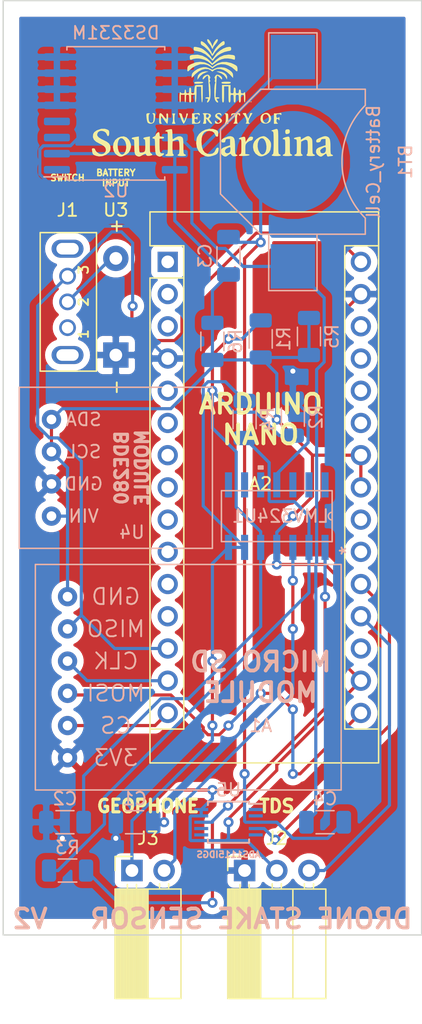
<source format=kicad_pcb>
(kicad_pcb (version 20171130) (host pcbnew "(5.1.10)-1")
  (layers (0 F.Cu signal) (31 B.Cu signal) (34 B.Paste user) (35 F.Paste user) (36 B.SilkS user) (37 F.SilkS user) (38 B.Mask user) (39 F.Mask user) (44 Edge.Cuts user))
  (net 0 "")
  (net 1 "Net-(A1-Pad1)")
  (net 2 "Net-(A1-Pad2)")
  (net 3 "Net-(A1-Pad3)")
  (net 4 "Net-(A1-Pad4)")
  (net 5 "Net-(A1-Pad5)")
  (net 6 GND)
  (net 7 "Net-(A2-Pad1)")
  (net 8 "Net-(A2-Pad2)")
  (net 9 "Net-(A2-Pad18)")
  (net 10 "Net-(A2-Pad3)")
  (net 11 "Net-(A2-Pad19)")
  (net 12 "Net-(A2-Pad20)")
  (net 13 "Net-(A2-Pad5)")
  (net 14 "Net-(A2-Pad21)")
  (net 15 "Net-(A2-Pad6)")
  (net 16 "Net-(A2-Pad22)")
  (net 17 "Net-(A2-Pad7)")
  (net 18 "Net-(A2-Pad8)")
  (net 19 "Net-(A2-Pad9)")
  (net 20 "Net-(A2-Pad25)")
  (net 21 "Net-(A2-Pad10)")
  (net 22 "Net-(A2-Pad26)")
  (net 23 "Net-(A2-Pad11)")
  (net 24 "Net-(A2-Pad27)")
  (net 25 "Net-(A2-Pad12)")
  (net 26 "Net-(A2-Pad28)")
  (net 27 GNDS)
  (net 28 "Net-(BT1-Pad1)")
  (net 29 "Net-(C2-Pad1)")
  (net 30 "Net-(J1-Pad1)")
  (net 31 VCC)
  (net 32 "Net-(J3-Pad1)")
  (net 33 "Net-(J3-Pad2)")
  (net 34 "Net-(R3-Pad1)")
  (net 35 "Net-(R3-Pad2)")
  (net 36 "Net-(U1-Pad8)")
  (net 37 "Net-(U1-Pad9)")
  (net 38 "Net-(U1-Pad10)")
  (net 39 "Net-(U1-Pad12)")
  (net 40 "Net-(U1-Pad13)")
  (net 41 "Net-(U1-Pad14)")
  (net 42 "Net-(U2-Pad1)")
  (net 43 "Net-(U2-Pad3)")
  (net 44 "Net-(U2-Pad4)")
  (net 45 "Net-(U5-Pad1)")
  (net 46 "Net-(U5-Pad2)")
  (net 47 "Net-(U5-Pad5)")
  (net 48 "Net-(U5-Pad6)")
  (net 49 "Net-(U5-Pad7)")
  (module kitest:LMV324IDR (layer B.Cu) (at 116.84 119.38 90)
    (fp_text reference U1 (at 0 -2.54) (layer B.SilkS) (effects (justify mirror)))
    (fp_text value LMV324 (at 0 1.27) (layer B.SilkS) (effects (justify mirror)))
    (fp_text user * (at -2.7178 5.5118 90) (layer B.SilkS) (effects (justify mirror)))
    (fp_text user * (at -2.7178 5.5118 90) (layer B.SilkS) (effects (justify mirror)))
    (pad 1 smd rect (at -2.4638 3.81 90) (size 1.9812 0.5588) (layers B.Cu B.Paste B.Mask) (net 34 "Net-(R3-Pad1)"))
    (pad 2 smd rect (at -2.4638 2.54 90) (size 1.9812 0.5588) (layers B.Cu B.Paste B.Mask) (net 35 "Net-(R3-Pad2)"))
    (pad 3 smd rect (at -2.4638 1.27 90) (size 1.9812 0.5588) (layers B.Cu B.Paste B.Mask) (net 33 "Net-(J3-Pad2)"))
    (pad 4 smd rect (at -2.4638 0 90) (size 1.9812 0.5588) (layers B.Cu B.Paste B.Mask) (net 1 "Net-(A1-Pad1)"))
    (pad 5 smd rect (at -2.4638 -1.27 90) (size 1.9812 0.5588) (layers B.Cu B.Paste B.Mask) (net 29 "Net-(C2-Pad1)"))
    (pad 6 smd rect (at -2.4638 -2.54 90) (size 1.9812 0.5588) (layers B.Cu B.Paste B.Mask) (net 32 "Net-(J3-Pad1)"))
    (pad 7 smd rect (at -2.4638 -3.81 90) (size 1.9812 0.5588) (layers B.Cu B.Paste B.Mask) (net 32 "Net-(J3-Pad1)"))
    (pad 8 smd rect (at 2.4638 -3.81 90) (size 1.9812 0.5588) (layers B.Cu B.Paste B.Mask) (net 36 "Net-(U1-Pad8)"))
    (pad 9 smd rect (at 2.4638 -2.54 90) (size 1.9812 0.5588) (layers B.Cu B.Paste B.Mask) (net 37 "Net-(U1-Pad9)"))
    (pad 10 smd rect (at 2.4638 -1.27 90) (size 1.9812 0.5588) (layers B.Cu B.Paste B.Mask) (net 38 "Net-(U1-Pad10)"))
    (pad 11 smd rect (at 2.4638 0 90) (size 1.9812 0.5588) (layers B.Cu B.Paste B.Mask) (net 6 GND))
    (pad 12 smd rect (at 2.4638 1.27 90) (size 1.9812 0.5588) (layers B.Cu B.Paste B.Mask) (net 39 "Net-(U1-Pad12)"))
    (pad 13 smd rect (at 2.4638 2.54 90) (size 1.9812 0.5588) (layers B.Cu B.Paste B.Mask) (net 40 "Net-(U1-Pad13)"))
    (pad 14 smd rect (at 2.4638 3.81 90) (size 1.9812 0.5588) (layers B.Cu B.Paste B.Mask) (net 41 "Net-(U1-Pad14)"))
  )
  (module kitest:uofsc_logo_0_75in (layer F.Cu) (at 111.76 86.36)
    (fp_text reference G*** hide)
    (fp_text value LOGO hide)
  )
  (module Package_SO:TSSOP-10_3x3mm_P0.5mm (layer B.Cu) (at 113.03 143.51 180)
    (fp_text reference U5 (at 0 2.55) (layer B.SilkS) (effects (justify mirror)))
    (fp_text value ADS1115IDGS (at 0 -2.55) (layer B.SilkS) (effects (font (size 0.5 0.5) (thickness 0.125)) (justify mirror)))
    (pad 1 smd rect (at -2.15 1 180) (size 1.1 0.25) (layers B.Cu B.Paste B.Mask) (net 45 "Net-(U5-Pad1)"))
    (pad 2 smd rect (at -2.15 0.5 180) (size 1.1 0.25) (layers B.Cu B.Paste B.Mask) (net 46 "Net-(U5-Pad2)"))
    (pad 3 smd rect (at -2.15 0 180) (size 1.1 0.25) (layers B.Cu B.Paste B.Mask) (net 27 GNDS))
    (pad 4 smd rect (at -2.15 -0.5 180) (size 1.1 0.25) (layers B.Cu B.Paste B.Mask) (net 12 "Net-(A2-Pad20)"))
    (pad 5 smd rect (at -2.15 -1 180) (size 1.1 0.25) (layers B.Cu B.Paste B.Mask) (net 47 "Net-(U5-Pad5)"))
    (pad 6 smd rect (at 2.15 -1 180) (size 1.1 0.25) (layers B.Cu B.Paste B.Mask) (net 48 "Net-(U5-Pad6)"))
    (pad 7 smd rect (at 2.15 -0.5 180) (size 1.1 0.25) (layers B.Cu B.Paste B.Mask) (net 49 "Net-(U5-Pad7)"))
    (pad 8 smd rect (at 2.15 0 180) (size 1.1 0.25) (layers B.Cu B.Paste B.Mask) (net 34 "Net-(R3-Pad1)"))
    (pad 9 smd rect (at 2.15 0.5 180) (size 1.1 0.25) (layers B.Cu B.Paste B.Mask) (net 1 "Net-(A1-Pad1)"))
    (pad 10 smd rect (at 2.15 1 180) (size 1.1 0.25) (layers B.Cu B.Paste B.Mask) (net 1 "Net-(A1-Pad1)"))
  )
  (module "kitest:SD Module" (layer B.Cu) (at 111.76 142.24 180)
    (fp_text reference A1 (at -3.81 6.35) (layer B.SilkS) (effects (justify mirror)))
    (fp_text value SD_Card_Module)
    (fp_text user GND (at 7.62 16.51) (layer B.SilkS) (effects (font (size 1.27 1.27)) (justify mirror)))
    (fp_text user MISO (at 7.62 13.97) (layer B.SilkS) (effects (font (size 1.27 1.27)) (justify mirror)))
    (fp_text user CLK (at 7.62 11.43) (layer B.SilkS) (effects (font (size 1.27 1.27)) (justify mirror)))
    (fp_text user MOSI (at 7.62 8.89) (layer B.SilkS) (effects (font (size 1.27 1.27)) (justify mirror)))
    (fp_text user CS (at 7.62 6.35) (layer B.SilkS) (effects (font (size 1.27 1.27)) (justify mirror)))
    (fp_text user 3V3 (at 7.62 3.81) (layer B.SilkS) (effects (font (size 1.27 1.27)) (justify mirror)))
    (pad 1 thru_hole circle (at 11.43 16.51 180) (size 1.524 1.524) (drill 0.762) (layers *.Cu *.Mask) (net 1 "Net-(A1-Pad1)"))
    (pad 2 thru_hole circle (at 11.43 13.97 180) (size 1.524 1.524) (drill 0.762) (layers *.Cu *.Mask) (net 2 "Net-(A1-Pad2)"))
    (pad 3 thru_hole circle (at 11.43 11.43 180) (size 1.524 1.524) (drill 0.762) (layers *.Cu *.Mask) (net 3 "Net-(A1-Pad3)"))
    (pad 4 thru_hole circle (at 11.43 8.89 180) (size 1.524 1.524) (drill 0.762) (layers *.Cu *.Mask) (net 4 "Net-(A1-Pad4)"))
    (pad 5 thru_hole circle (at 11.43 6.35 180) (size 1.524 1.524) (drill 0.762) (layers *.Cu *.Mask) (net 5 "Net-(A1-Pad5)"))
    (pad 6 thru_hole circle (at 11.43 3.81 180) (size 1.524 1.524) (drill 0.762) (layers *.Cu *.Mask) (net 6 GND))
  )
  (module Module:Arduino_Nano (layer F.Cu) (at 108.235001 99.335001)
    (fp_text reference A2 (at 7.334999 17.504999) (layer F.SilkS))
    (fp_text value Arduino_Nano_v3.x)
    (pad 1 thru_hole rect (at 0 0) (size 1.6 1.6) (drill 1) (layers *.Cu *.Mask) (net 7 "Net-(A2-Pad1)"))
    (pad 17 thru_hole oval (at 15.24 33.02) (size 1.6 1.6) (drill 1) (layers *.Cu *.Mask) (net 1 "Net-(A1-Pad1)"))
    (pad 2 thru_hole oval (at 0 2.54) (size 1.6 1.6) (drill 1) (layers *.Cu *.Mask) (net 8 "Net-(A2-Pad2)"))
    (pad 18 thru_hole oval (at 15.24 30.48) (size 1.6 1.6) (drill 1) (layers *.Cu *.Mask) (net 9 "Net-(A2-Pad18)"))
    (pad 3 thru_hole oval (at 0 5.08) (size 1.6 1.6) (drill 1) (layers *.Cu *.Mask) (net 10 "Net-(A2-Pad3)"))
    (pad 19 thru_hole oval (at 15.24 27.94) (size 1.6 1.6) (drill 1) (layers *.Cu *.Mask) (net 11 "Net-(A2-Pad19)"))
    (pad 4 thru_hole oval (at 0 7.62) (size 1.6 1.6) (drill 1) (layers *.Cu *.Mask) (net 6 GND))
    (pad 20 thru_hole oval (at 15.24 25.4) (size 1.6 1.6) (drill 1) (layers *.Cu *.Mask) (net 12 "Net-(A2-Pad20)"))
    (pad 5 thru_hole oval (at 0 10.16) (size 1.6 1.6) (drill 1) (layers *.Cu *.Mask) (net 13 "Net-(A2-Pad5)"))
    (pad 21 thru_hole oval (at 15.24 22.86) (size 1.6 1.6) (drill 1) (layers *.Cu *.Mask) (net 14 "Net-(A2-Pad21)"))
    (pad 6 thru_hole oval (at 0 12.7) (size 1.6 1.6) (drill 1) (layers *.Cu *.Mask) (net 15 "Net-(A2-Pad6)"))
    (pad 22 thru_hole oval (at 15.24 20.32) (size 1.6 1.6) (drill 1) (layers *.Cu *.Mask) (net 16 "Net-(A2-Pad22)"))
    (pad 7 thru_hole oval (at 0 15.24) (size 1.6 1.6) (drill 1) (layers *.Cu *.Mask) (net 17 "Net-(A2-Pad7)"))
    (pad 23 thru_hole oval (at 15.24 17.78) (size 1.6 1.6) (drill 1) (layers *.Cu *.Mask) (net 1 "Net-(A1-Pad1)"))
    (pad 8 thru_hole oval (at 0 17.78) (size 1.6 1.6) (drill 1) (layers *.Cu *.Mask) (net 18 "Net-(A2-Pad8)"))
    (pad 24 thru_hole oval (at 15.24 15.24) (size 1.6 1.6) (drill 1) (layers *.Cu *.Mask) (net 1 "Net-(A1-Pad1)"))
    (pad 9 thru_hole oval (at 0 20.32) (size 1.6 1.6) (drill 1) (layers *.Cu *.Mask) (net 19 "Net-(A2-Pad9)"))
    (pad 25 thru_hole oval (at 15.24 12.7) (size 1.6 1.6) (drill 1) (layers *.Cu *.Mask) (net 20 "Net-(A2-Pad25)"))
    (pad 10 thru_hole oval (at 0 22.86) (size 1.6 1.6) (drill 1) (layers *.Cu *.Mask) (net 21 "Net-(A2-Pad10)"))
    (pad 26 thru_hole oval (at 15.24 10.16) (size 1.6 1.6) (drill 1) (layers *.Cu *.Mask) (net 22 "Net-(A2-Pad26)"))
    (pad 11 thru_hole oval (at 0 25.4) (size 1.6 1.6) (drill 1) (layers *.Cu *.Mask) (net 23 "Net-(A2-Pad11)"))
    (pad 27 thru_hole oval (at 15.24 7.62) (size 1.6 1.6) (drill 1) (layers *.Cu *.Mask) (net 24 "Net-(A2-Pad27)"))
    (pad 12 thru_hole oval (at 0 27.94) (size 1.6 1.6) (drill 1) (layers *.Cu *.Mask) (net 25 "Net-(A2-Pad12)"))
    (pad 28 thru_hole oval (at 15.24 5.08) (size 1.6 1.6) (drill 1) (layers *.Cu *.Mask) (net 26 "Net-(A2-Pad28)"))
    (pad 13 thru_hole oval (at 0 30.48) (size 1.6 1.6) (drill 1) (layers *.Cu *.Mask) (net 2 "Net-(A1-Pad2)"))
    (pad 29 thru_hole oval (at 15.24 2.54) (size 1.6 1.6) (drill 1) (layers *.Cu *.Mask) (net 6 GND))
    (pad 14 thru_hole oval (at 0 33.02) (size 1.6 1.6) (drill 1) (layers *.Cu *.Mask) (net 3 "Net-(A1-Pad3)"))
    (pad 30 thru_hole oval (at 15.24 0) (size 1.6 1.6) (drill 1) (layers *.Cu *.Mask) (net 2 "Net-(A1-Pad2)"))
    (pad 15 thru_hole oval (at 0 35.56) (size 1.6 1.6) (drill 1) (layers *.Cu *.Mask) (net 5 "Net-(A1-Pad5)"))
    (pad 16 thru_hole oval (at 15.24 35.56) (size 1.6 1.6) (drill 1) (layers *.Cu *.Mask) (net 4 "Net-(A1-Pad4)"))
  )
  (module Capacitor_SMD:C_1206_3216Metric (layer B.Cu) (at 105.615 143.51 180)
    (fp_text reference C1 (at 0 1.85) (layer B.SilkS) (effects (justify mirror)))
    (fp_text value C_Small)
    (pad 2 smd roundrect (at 1.475 0 180) (size 1.15 1.8) (layers B.Cu B.Paste B.Mask) (roundrect_rratio 0.217391) (net 6 GND))
    (pad 1 smd roundrect (at -1.475 0 180) (size 1.15 1.8) (layers B.Cu B.Paste B.Mask) (roundrect_rratio 0.217391) (net 1 "Net-(A1-Pad1)"))
  )
  (module Capacitor_SMD:C_1206_3216Metric (layer B.Cu) (at 100.125 143.51 180)
    (fp_text reference C2 (at 0 1.85) (layer B.SilkS) (effects (justify mirror)))
    (fp_text value C_Small)
    (pad 1 smd roundrect (at -1.475 0 180) (size 1.15 1.8) (layers B.Cu B.Paste B.Mask) (roundrect_rratio 0.217391) (net 29 "Net-(C2-Pad1)"))
    (pad 2 smd roundrect (at 1.475 0 180) (size 1.15 1.8) (layers B.Cu B.Paste B.Mask) (roundrect_rratio 0.217391) (net 6 GND))
  )
  (module Capacitor_SMD:C_1206_3216Metric (layer B.Cu) (at 113.03 98.855 270)
    (fp_text reference C3 (at 0 1.85 90) (layer B.SilkS) (effects (justify mirror)))
    (fp_text value C_Small)
    (pad 1 smd roundrect (at -1.475 0 270) (size 1.15 1.8) (layers B.Cu B.Paste B.Mask) (roundrect_rratio 0.217391) (net 27 GNDS))
    (pad 2 smd roundrect (at 1.475 0 270) (size 1.15 1.8) (layers B.Cu B.Paste B.Mask) (roundrect_rratio 0.217391) (net 1 "Net-(A1-Pad1)"))
  )
  (module Capacitor_SMD:C_1206_3216Metric (layer B.Cu) (at 120.65 143.51 180)
    (fp_text reference C4 (at 0 1.85) (layer B.SilkS) (effects (justify mirror)))
    (fp_text value C_Small)
    (pad 2 smd roundrect (at 1.475 0 180) (size 1.15 1.8) (layers B.Cu B.Paste B.Mask) (roundrect_rratio 0.217391) (net 28 "Net-(BT1-Pad1)"))
    (pad 1 smd roundrect (at -1.475 0 180) (size 1.15 1.8) (layers B.Cu B.Paste B.Mask) (roundrect_rratio 0.217391) (net 27 GNDS))
  )
  (module kitest:grounded_switch (layer F.Cu) (at 95.25 102.489 90)
    (fp_text reference J1 (at 7.239 5.08 180) (layer F.SilkS))
    (fp_text value XLR3_Switched)
    (fp_text user 1 (at -2.54 6.35 90) (layer F.SilkS) (effects (font (size 0.75 0.75))))
    (fp_text user 2 (at 0 6.35 90) (layer F.SilkS) (effects (font (size 0.75 0.75))))
    (fp_text user 3 (at 2.54 6.35 90) (layer F.SilkS) (effects (font (size 0.75 0.75))))
    (pad 1 thru_hole circle (at -2.032 5.08 90) (size 1.324 1.324) (drill 0.914) (layers *.Cu *.Mask) (net 30 "Net-(J1-Pad1)"))
    (pad 2 thru_hole circle (at 0 5.08 90) (size 1.324 1.324) (drill 0.914) (layers *.Cu *.Mask) (net 31 VCC))
    (pad 3 thru_hole circle (at 2.032 5.08 90) (size 1.324 1.324) (drill 0.914) (layers *.Cu *.Mask) (net 2 "Net-(A1-Pad2)"))
    (pad 4 thru_hole oval (at -4.191 5.08 180) (size 2.524 1.424) (drill oval 1.76 0.914) (layers *.Cu *.Mask))
    (pad 5 thru_hole oval (at 4.191 5.08 180) (size 2.524 1.424) (drill oval 1.76 0.914) (layers *.Cu *.Mask))
  )
  (module Connector_PinSocket_2.54mm:PinSocket_1x03_P2.54mm_Horizontal (layer F.Cu) (at 114.3 147.32 90)
    (fp_text reference J2 (at 2.54 2.54 180) (layer F.SilkS))
    (fp_text value Conn_01x03_Female)
    (pad 3 thru_hole oval (at 0 5.08 90) (size 1.7 1.7) (drill 1) (layers *.Cu *.Mask) (net 11 "Net-(A2-Pad19)"))
    (pad 2 thru_hole oval (at 0 2.54 90) (size 1.7 1.7) (drill 1) (layers *.Cu *.Mask) (net 1 "Net-(A1-Pad1)"))
    (pad 1 thru_hole rect (at 0 0 90) (size 1.7 1.7) (drill 1) (layers *.Cu *.Mask) (net 6 GND))
  )
  (module Resistor_SMD:R_1206_3216Metric (layer B.Cu) (at 115.57 105.41 90)
    (fp_text reference R1 (at 0 1.82 90) (layer B.SilkS) (effects (justify mirror)))
    (fp_text value R_Small_US)
    (pad 1 smd roundrect (at -1.4625 0 90) (size 1.125 1.75) (layers B.Cu B.Paste B.Mask) (roundrect_rratio 0.222222) (net 1 "Net-(A1-Pad1)"))
    (pad 2 smd roundrect (at 1.4625 0 90) (size 1.125 1.75) (layers B.Cu B.Paste B.Mask) (roundrect_rratio 0.222222) (net 29 "Net-(C2-Pad1)"))
  )
  (module Resistor_SMD:R_1206_3216Metric (layer B.Cu) (at 118.11 111.5675 90)
    (fp_text reference R2 (at 0 1.82 270) (layer B.SilkS) (effects (justify mirror)))
    (fp_text value R_Small_US)
    (pad 2 smd roundrect (at 1.4625 0 90) (size 1.125 1.75) (layers B.Cu B.Paste B.Mask) (roundrect_rratio 0.222222) (net 6 GND))
    (pad 1 smd roundrect (at -1.4625 0 90) (size 1.125 1.75) (layers B.Cu B.Paste B.Mask) (roundrect_rratio 0.222222) (net 29 "Net-(C2-Pad1)"))
  )
  (module Resistor_SMD:R_1206_3216Metric (layer B.Cu) (at 100.33 147.32 180)
    (fp_text reference R3 (at 0 1.82) (layer B.SilkS) (effects (justify mirror)))
    (fp_text value R_Small_US)
    (pad 1 smd roundrect (at -1.4625 0 180) (size 1.125 1.75) (layers B.Cu B.Paste B.Mask) (roundrect_rratio 0.222222) (net 34 "Net-(R3-Pad1)"))
    (pad 2 smd roundrect (at 1.4625 0 180) (size 1.125 1.75) (layers B.Cu B.Paste B.Mask) (roundrect_rratio 0.222222) (net 35 "Net-(R3-Pad2)"))
  )
  (module Resistor_SMD:R_1206_3216Metric (layer B.Cu) (at 114.3 111.76 90)
    (fp_text reference R4 (at 0 1.82 270) (layer B.SilkS) (effects (justify mirror)))
    (fp_text value R_Small_US)
    (pad 2 smd roundrect (at 1.4625 0 90) (size 1.125 1.75) (layers B.Cu B.Paste B.Mask) (roundrect_rratio 0.222222) (net 32 "Net-(J3-Pad1)"))
    (pad 1 smd roundrect (at -1.4625 0 90) (size 1.125 1.75) (layers B.Cu B.Paste B.Mask) (roundrect_rratio 0.222222) (net 35 "Net-(R3-Pad2)"))
  )
  (module Resistor_SMD:R_1206_3216Metric (layer B.Cu) (at 119.38 105.2175 90)
    (fp_text reference R5 (at 0 1.82 -90) (layer B.SilkS) (effects (justify mirror)))
    (fp_text value R_Small_US)
    (pad 2 smd roundrect (at 1.4625 0 90) (size 1.125 1.75) (layers B.Cu B.Paste B.Mask) (roundrect_rratio 0.222222) (net 1 "Net-(A1-Pad1)"))
    (pad 1 smd roundrect (at -1.4625 0 90) (size 1.125 1.75) (layers B.Cu B.Paste B.Mask) (roundrect_rratio 0.222222) (net 1 "Net-(A1-Pad1)"))
  )
  (module Resistor_SMD:R_1206_3216Metric (layer B.Cu) (at 111.76 105.6025 90)
    (fp_text reference R6 (at 0 1.82 270) (layer B.SilkS) (effects (justify mirror)))
    (fp_text value R_Small_US)
    (pad 1 smd roundrect (at -1.4625 0 90) (size 1.125 1.75) (layers B.Cu B.Paste B.Mask) (roundrect_rratio 0.222222) (net 1 "Net-(A1-Pad1)"))
    (pad 2 smd roundrect (at 1.4625 0 90) (size 1.125 1.75) (layers B.Cu B.Paste B.Mask) (roundrect_rratio 0.222222) (net 1 "Net-(A1-Pad1)"))
  )
  (module Package_SO:SOIC-16W_7.5x10.3mm_P1.27mm (layer B.Cu) (at 104.14 87.63)
    (fp_text reference U2 (at 0 6.1 180) (layer B.SilkS) (effects (justify mirror)))
    (fp_text value DS3231M (at 0 -6.35 180) (layer B.SilkS) (effects (justify mirror)))
    (pad 1 smd roundrect (at -4.65 4.445) (size 2.05 0.6) (layers B.Cu B.Paste B.Mask) (net 42 "Net-(U2-Pad1)"))
    (pad 2 smd roundrect (at -4.65 3.175) (size 2.05 0.6) (layers B.Cu B.Paste B.Mask) (net 1 "Net-(A1-Pad1)"))
    (pad 3 smd roundrect (at -4.65 1.905) (size 2.05 0.6) (layers B.Cu B.Paste B.Mask) (net 43 "Net-(U2-Pad3)"))
    (pad 4 smd roundrect (at -4.65 0.635) (size 2.05 0.6) (layers B.Cu B.Paste B.Mask) (net 44 "Net-(U2-Pad4)"))
    (pad 5 smd roundrect (at -4.65 -0.635) (size 2.05 0.6) (layers B.Cu B.Paste B.Mask) (net 6 GND))
    (pad 6 smd roundrect (at -4.65 -1.905) (size 2.05 0.6) (layers B.Cu B.Paste B.Mask) (net 6 GND))
    (pad 7 smd roundrect (at -4.65 -3.175) (size 2.05 0.6) (layers B.Cu B.Paste B.Mask) (net 6 GND))
    (pad 8 smd roundrect (at -4.65 -4.445) (size 2.05 0.6) (layers B.Cu B.Paste B.Mask) (net 6 GND))
    (pad 9 smd roundrect (at 4.65 -4.445) (size 2.05 0.6) (layers B.Cu B.Paste B.Mask) (net 6 GND))
    (pad 10 smd roundrect (at 4.65 -3.175) (size 2.05 0.6) (layers B.Cu B.Paste B.Mask) (net 6 GND))
    (pad 11 smd roundrect (at 4.65 -1.905) (size 2.05 0.6) (layers B.Cu B.Paste B.Mask) (net 6 GND))
    (pad 12 smd roundrect (at 4.65 -0.635) (size 2.05 0.6) (layers B.Cu B.Paste B.Mask) (net 6 GND))
    (pad 13 smd roundrect (at 4.65 0.635) (size 2.05 0.6) (layers B.Cu B.Paste B.Mask) (net 6 GND))
    (pad 14 smd roundrect (at 4.65 1.905) (size 2.05 0.6) (layers B.Cu B.Paste B.Mask) (net 28 "Net-(BT1-Pad1)"))
    (pad 15 smd roundrect (at 4.65 3.175) (size 2.05 0.6) (layers B.Cu B.Paste B.Mask) (net 1 "Net-(A1-Pad1)"))
    (pad 16 smd roundrect (at 4.65 4.445) (size 2.05 0.6) (layers B.Cu B.Paste B.Mask) (net 1 "Net-(A1-Pad1)"))
  )
  (module kitest:Battery_Input (layer F.Cu) (at 102.87 102.87 90)
    (fp_text reference U3 (at 7.62 1.27 180) (layer F.SilkS))
    (fp_text value Battery_Input)
    (fp_text user + (at 6.35 1.27 90) (layer F.SilkS))
    (fp_text user - (at -6.35 1.27 90) (layer F.SilkS))
    (pad 1 thru_hole circle (at 3.81 1.27 90) (size 2 2) (drill 1) (layers *.Cu *.Mask) (net 31 VCC))
    (pad 2 thru_hole rect (at -3.81 1.27 90) (size 2 2) (drill 1) (layers *.Cu *.Mask) (net 6 GND))
  )
  (module kitest:TDS_module (layer B.Cu) (at 104.14 115.57 180)
    (fp_text reference U4 (at -1.27 -5.08) (layer B.SilkS) (effects (justify mirror)))
    (fp_text value 4023)
    (fp_text user SDA (at 2.54 3.81) (layer B.SilkS) (effects (justify mirror)))
    (fp_text user SCL (at 2.54 1.27) (layer B.SilkS) (effects (justify mirror)))
    (fp_text user GND (at 2.54 -1.27) (layer B.SilkS) (effects (justify mirror)))
    (fp_text user VIN (at 2.54 -3.81) (layer B.SilkS) (effects (justify mirror)))
    (pad 12 thru_hole circle (at 5.08 3.81 180) (size 1.524 1.524) (drill 0.762) (layers *.Cu *.Mask) (net 1 "Net-(A1-Pad1)"))
    (pad 11 thru_hole circle (at 5.08 1.27 180) (size 1.524 1.524) (drill 0.762) (layers *.Cu *.Mask) (net 1 "Net-(A1-Pad1)"))
    (pad 10 thru_hole circle (at 5.08 -1.27 180) (size 1.524 1.524) (drill 0.762) (layers *.Cu *.Mask) (net 6 GND))
    (pad 13 thru_hole circle (at 5.08 -3.81 180) (size 1.524 1.524) (drill 0.762) (layers *.Cu *.Mask) (net 1 "Net-(A1-Pad1)"))
  )
  (module kitest:battery_holder_10mm (layer B.Cu) (at 118.11 91.44 90)
    (fp_text reference BT1 (at 0 8.89 90) (layer B.SilkS) (effects (justify mirror)))
    (fp_text value Battery_Cell (at 0 6.35 90) (layer B.SilkS) (effects (justify mirror)))
    (pad 1 smd rect (at 8.255 0 180) (size 3.5 3.5) (layers B.Cu B.Mask) (net 28 "Net-(BT1-Pad1)"))
    (pad 1 smd rect (at -8.255 0 180) (size 3.5 3.5) (layers B.Cu B.Mask) (net 28 "Net-(BT1-Pad1)"))
    (pad 2 smd circle (at 0 0 180) (size 8 8) (layers B.Cu B.Mask) (net 27 GNDS))
  )
  (module Connector_PinSocket_2.54mm:PinSocket_1x02_P2.54mm_Horizontal (layer F.Cu) (at 105.41 147.32 90)
    (fp_text reference J3 (at 2.54 1.27) (layer F.SilkS))
    (fp_text value Conn_01x02_Female)
    (pad 1 thru_hole rect (at 0 0 90) (size 1.7 1.7) (drill 1) (layers *.Cu *.Mask) (net 32 "Net-(J3-Pad1)"))
    (pad 2 thru_hole oval (at 0 2.54 90) (size 1.7 1.7) (drill 1) (layers *.Cu *.Mask) (net 33 "Net-(J3-Pad2)"))
  )
  (gr_text "DRONE STAKE SENSOR   V2" (at 111.76 151.13) (layer B.SilkS) (effects (font (size 1.5 1.5) (thickness 0.3)) (justify mirror)))
  (gr_text "BDE280\nMODULE" (at 105.41 115.57 90) (layer B.SilkS) (effects (font (size 1 1) (thickness 0.25)) (justify mirror)))
  (gr_text "MICRO SD\nMODULE" (at 115.57 132.08) (layer B.SilkS) (effects (font (size 1.5 1.5) (thickness 0.3)) (justify mirror)))
  (gr_text SWITCH (at 100.33 92.71) (layer F.SilkS) (effects (font (size 0.5 0.5) (thickness 0.125))))
  (gr_text "BATTERY\nINPUT" (at 104.14 92.71) (layer F.SilkS) (effects (font (size 0.5 0.5) (thickness 0.125))))
  (gr_text TDS (at 116.84 142.24) (layer F.SilkS) (effects (font (size 1 1) (thickness 0.25))))
  (gr_text GEOPHONE (at 106.68 142.24) (layer F.SilkS) (effects (font (size 1 1) (thickness 0.25))))
  (gr_text "ARDUINO\nNANO" (at 115.57 111.76) (layer F.SilkS) (effects (font (size 1.5 1.5) (thickness 0.3))))
  (gr_line (start 95.25 152.4) (end 95.25 78.74) (layer Edge.Cuts) (width 0.1))
  (gr_line (start 128.27 152.4) (end 95.25 152.4) (layer Edge.Cuts) (width 0.1))
  (gr_line (start 128.27 78.74) (end 128.27 152.4) (layer Edge.Cuts) (width 0.1))
  (gr_line (start 95.25 78.74) (end 128.27 78.74) (layer Edge.Cuts) (width 0.1))
  (segment (start 107.09 143.51) (end 107.95 143.51) (width 0.25) (layer B.Cu) (net 1))
  (segment (start 107.95 143.51) (end 107.95 143.51) (width 0.25) (layer B.Cu) (net 1))
  (via (at 107.95 143.51) (size 0.8) (drill 0.4) (layers F.Cu B.Cu) (net 1))
  (segment (start 107.95 143.51) (end 107.95 142.24) (width 0.25) (layer F.Cu) (net 1))
  (segment (start 107.95 142.24) (end 109.22 140.97) (width 0.25) (layer F.Cu) (net 1))
  (segment (start 109.22 140.97) (end 111.76 140.97) (width 0.25) (layer F.Cu) (net 1))
  (segment (start 111.76 140.97) (end 111.76 140.97) (width 0.25) (layer F.Cu) (net 1))
  (via (at 111.76 140.97) (size 0.8) (drill 0.4) (layers F.Cu B.Cu) (net 1))
  (segment (start 111.76 141.63) (end 110.88 142.51) (width 0.25) (layer B.Cu) (net 1))
  (segment (start 111.76 140.97) (end 111.76 141.63) (width 0.25) (layer B.Cu) (net 1))
  (segment (start 110.88 142.51) (end 110.88 143.01) (width 0.25) (layer B.Cu) (net 1))
  (segment (start 114.480001 144.960001) (end 116.84 147.32) (width 0.25) (layer B.Cu) (net 1))
  (segment (start 110.004999 144.895001) (end 110.069999 144.960001) (width 0.25) (layer B.Cu) (net 1))
  (segment (start 110.004999 143.085001) (end 110.004999 144.895001) (width 0.25) (layer B.Cu) (net 1))
  (segment (start 110.08 143.01) (end 110.004999 143.085001) (width 0.25) (layer B.Cu) (net 1))
  (segment (start 110.88 143.01) (end 110.08 143.01) (width 0.25) (layer B.Cu) (net 1))
  (segment (start 111.76 107.6275) (end 111.76 107.065) (width 0.25) (layer B.Cu) (net 1))
  (segment (start 108.4775 110.91) (end 111.76 107.6275) (width 0.25) (layer B.Cu) (net 1))
  (segment (start 99.91 110.91) (end 108.4775 110.91) (width 0.25) (layer B.Cu) (net 1))
  (segment (start 99.06 111.76) (end 99.91 110.91) (width 0.25) (layer B.Cu) (net 1))
  (segment (start 100.33 115.57) (end 99.06 114.3) (width 0.25) (layer B.Cu) (net 1))
  (segment (start 111.76 107.065) (end 111.76 104.14) (width 0.25) (layer B.Cu) (net 1))
  (segment (start 111.76 101.6) (end 113.03 100.33) (width 0.25) (layer B.Cu) (net 1))
  (segment (start 111.76 104.14) (end 111.76 101.6) (width 0.25) (layer B.Cu) (net 1))
  (segment (start 115.3775 107.065) (end 115.57 106.8725) (width 0.25) (layer B.Cu) (net 1))
  (segment (start 111.76 107.065) (end 115.3775 107.065) (width 0.25) (layer B.Cu) (net 1))
  (segment (start 119.1875 106.8725) (end 119.38 106.68) (width 0.25) (layer B.Cu) (net 1))
  (segment (start 115.57 106.8725) (end 119.1875 106.8725) (width 0.25) (layer B.Cu) (net 1))
  (segment (start 119.38 106.68) (end 119.38 103.755) (width 0.25) (layer B.Cu) (net 1))
  (segment (start 108.79 96.09) (end 108.79 92.075) (width 0.25) (layer B.Cu) (net 1))
  (segment (start 113.03 100.33) (end 108.79 96.09) (width 0.25) (layer B.Cu) (net 1))
  (segment (start 108.79 90.805) (end 99.49 90.805) (width 0.25) (layer B.Cu) (net 1))
  (segment (start 123.475001 114.575001) (end 120.925001 114.575001) (width 0.25) (layer F.Cu) (net 1))
  (segment (start 120.925001 114.575001) (end 119.655001 114.575001) (width 0.25) (layer F.Cu) (net 1))
  (segment (start 119.655001 114.575001) (end 116.84 111.76) (width 0.25) (layer F.Cu) (net 1))
  (segment (start 116.84 111.76) (end 116.84 111.76) (width 0.25) (layer F.Cu) (net 1))
  (via (at 116.84 111.76) (size 0.8) (drill 0.4) (layers F.Cu B.Cu) (net 1))
  (segment (start 116.84 108.1425) (end 115.57 106.8725) (width 0.25) (layer B.Cu) (net 1))
  (segment (start 116.84 111.76) (end 116.84 108.1425) (width 0.25) (layer B.Cu) (net 1))
  (segment (start 119.655001 114.575001) (end 119.655001 116.564999) (width 0.25) (layer F.Cu) (net 1))
  (segment (start 119.655001 116.564999) (end 119.655001 117.834999) (width 0.25) (layer F.Cu) (net 1))
  (segment (start 119.655001 117.834999) (end 118.11 119.38) (width 0.25) (layer F.Cu) (net 1))
  (segment (start 118.11 119.38) (end 118.11 119.38) (width 0.25) (layer F.Cu) (net 1))
  (segment (start 99.06 119.38) (end 100.33 119.38) (width 0.25) (layer B.Cu) (net 1))
  (segment (start 100.33 119.38) (end 100.33 115.57) (width 0.25) (layer B.Cu) (net 1))
  (segment (start 100.33 125.73) (end 100.33 119.38) (width 0.25) (layer B.Cu) (net 1))
  (segment (start 123.475001 132.355001) (end 116.84 138.990002) (width 0.25) (layer F.Cu) (net 1))
  (segment (start 116.84 139.423002) (end 113.03 143.233002) (width 0.25) (layer F.Cu) (net 1))
  (segment (start 116.84 138.990002) (end 116.84 139.423002) (width 0.25) (layer F.Cu) (net 1))
  (segment (start 113.03 143.233002) (end 113.03 143.51) (width 0.25) (layer F.Cu) (net 1))
  (segment (start 113.03 143.51) (end 113.03 143.51) (width 0.25) (layer F.Cu) (net 1))
  (via (at 113.03 143.51) (size 0.8) (drill 0.4) (layers F.Cu B.Cu) (net 1))
  (segment (start 113.03 143.51) (end 113.03 144.78) (width 0.25) (layer B.Cu) (net 1))
  (segment (start 113.03 144.78) (end 112.849999 144.960001) (width 0.25) (layer B.Cu) (net 1))
  (segment (start 112.849999 144.960001) (end 114.480001 144.960001) (width 0.25) (layer B.Cu) (net 1))
  (segment (start 110.069999 144.960001) (end 112.849999 144.960001) (width 0.25) (layer B.Cu) (net 1))
  (segment (start 116.84 123.19) (end 116.84 123.19) (width 0.25) (layer B.Cu) (net 1))
  (segment (start 116.84 123.19) (end 116.84 123.19) (width 0.25) (layer F.Cu) (net 1))
  (segment (start 120.65 123.19) (end 121.92 124.46) (width 0.25) (layer F.Cu) (net 1))
  (segment (start 121.92 130.8) (end 123.475001 132.355001) (width 0.25) (layer F.Cu) (net 1))
  (segment (start 121.92 124.46) (end 121.92 130.8) (width 0.25) (layer F.Cu) (net 1))
  (segment (start 99.06 114.3) (end 99.06 111.76) (width 0.25) (layer F.Cu) (net 1))
  (segment (start 108.79 92.075) (end 108.79 90.805) (width 0.25) (layer B.Cu) (net 1))
  (segment (start 123.475001 114.575001) (end 123.475001 117.115001) (width 0.25) (layer F.Cu) (net 1))
  (segment (start 118.11 119.38) (end 118.11 119.38) (width 0.25) (layer F.Cu) (net 1))
  (via (at 118.11 119.38) (size 0.8) (drill 0.4) (layers F.Cu B.Cu) (net 1))
  (segment (start 116.84 123.19) (end 120.65 123.19) (width 0.25) (layer F.Cu) (net 1))
  (via (at 116.84 123.19) (size 0.8) (drill 0.4) (layers F.Cu B.Cu) (net 1))
  (segment (start 116.84 123.19) (end 116.84 121.8438) (width 0.25) (layer B.Cu) (net 1))
  (segment (start 116.84 121.8438) (end 116.84 120.65) (width 0.25) (layer B.Cu) (net 1))
  (segment (start 116.84 120.65) (end 118.11 119.38) (width 0.25) (layer B.Cu) (net 1))
  (segment (start 97.972999 112.281761) (end 97.972999 102.814001) (width 0.25) (layer B.Cu) (net 2))
  (segment (start 98.904237 113.212999) (end 97.972999 112.281761) (width 0.25) (layer B.Cu) (net 2))
  (segment (start 99.581761 113.212999) (end 98.904237 113.212999) (width 0.25) (layer B.Cu) (net 2))
  (segment (start 101.417001 115.048239) (end 99.581761 113.212999) (width 0.25) (layer B.Cu) (net 2))
  (segment (start 101.417001 127.182999) (end 101.417001 115.048239) (width 0.25) (layer B.Cu) (net 2))
  (segment (start 97.972999 102.814001) (end 100.33 100.457) (width 0.25) (layer B.Cu) (net 2))
  (segment (start 100.33 128.27) (end 101.417001 127.182999) (width 0.25) (layer B.Cu) (net 2))
  (segment (start 105.465001 97.845001) (end 105.465001 102.814999) (width 0.25) (layer B.Cu) (net 2))
  (segment (start 104.59001 96.97001) (end 105.465001 97.845001) (width 0.25) (layer B.Cu) (net 2))
  (segment (start 103.81699 96.97001) (end 104.59001 96.97001) (width 0.25) (layer B.Cu) (net 2))
  (segment (start 100.33 100.457) (end 103.81699 96.97001) (width 0.25) (layer B.Cu) (net 2))
  (segment (start 105.465001 102.814999) (end 105.465001 102.814999) (width 0.25) (layer B.Cu) (net 2))
  (via (at 105.465001 102.814999) (size 0.8) (drill 0.4) (layers F.Cu B.Cu) (net 2))
  (segment (start 106.810002 105.540002) (end 105.41 104.14) (width 0.25) (layer F.Cu) (net 2))
  (segment (start 108.775002 105.540002) (end 106.810002 105.540002) (width 0.25) (layer F.Cu) (net 2))
  (segment (start 109.360002 104.955002) (end 108.775002 105.540002) (width 0.25) (layer F.Cu) (net 2))
  (segment (start 109.360002 102.926996) (end 109.360002 104.955002) (width 0.25) (layer F.Cu) (net 2))
  (segment (start 115.221999 97.064999) (end 109.360002 102.926996) (width 0.25) (layer F.Cu) (net 2))
  (segment (start 121.204999 97.064999) (end 115.221999 97.064999) (width 0.25) (layer F.Cu) (net 2))
  (segment (start 123.475001 99.335001) (end 121.204999 97.064999) (width 0.25) (layer F.Cu) (net 2))
  (segment (start 105.41 104.14) (end 105.41 102.87) (width 0.25) (layer F.Cu) (net 2))
  (segment (start 105.41 102.87) (end 105.465001 102.814999) (width 0.25) (layer F.Cu) (net 2))
  (segment (start 104.049003 129.815001) (end 101.417001 127.182999) (width 0.25) (layer B.Cu) (net 2))
  (segment (start 108.235001 129.815001) (end 104.049003 129.815001) (width 0.25) (layer B.Cu) (net 2))
  (segment (start 101.875001 132.355001) (end 100.33 130.81) (width 0.25) (layer B.Cu) (net 3))
  (segment (start 108.235001 132.355001) (end 101.875001 132.355001) (width 0.25) (layer B.Cu) (net 3))
  (segment (start 111.411999 136.615001) (end 112.304999 136.615001) (width 0.25) (layer F.Cu) (net 4))
  (segment (start 111.034999 136.029997) (end 111.034999 136.238001) (width 0.25) (layer F.Cu) (net 4))
  (segment (start 108.485004 133.480002) (end 111.034999 136.029997) (width 0.25) (layer F.Cu) (net 4))
  (segment (start 111.034999 136.238001) (end 111.411999 136.615001) (width 0.25) (layer F.Cu) (net 4))
  (segment (start 100.460002 133.480002) (end 108.485004 133.480002) (width 0.25) (layer F.Cu) (net 4))
  (segment (start 100.33 133.35) (end 100.460002 133.480002) (width 0.25) (layer F.Cu) (net 4))
  (segment (start 112.304999 136.615001) (end 113.03 135.89) (width 0.25) (layer F.Cu) (net 4))
  (segment (start 113.03 135.89) (end 113.03 135.89) (width 0.25) (layer F.Cu) (net 4))
  (via (at 113.03 135.89) (size 0.8) (drill 0.4) (layers F.Cu B.Cu) (net 4))
  (segment (start 113.03 135.89) (end 115.57 133.35) (width 0.25) (layer B.Cu) (net 4))
  (segment (start 115.57 133.35) (end 115.57 133.35) (width 0.25) (layer B.Cu) (net 4))
  (via (at 115.57 133.35) (size 0.8) (drill 0.4) (layers F.Cu B.Cu) (net 4))
  (segment (start 115.57 133.35) (end 116.84 133.35) (width 0.25) (layer F.Cu) (net 4))
  (segment (start 116.84 133.35) (end 118.11 134.62) (width 0.25) (layer F.Cu) (net 4))
  (segment (start 118.11 134.62) (end 118.11 134.62) (width 0.25) (layer F.Cu) (net 4))
  (via (at 118.11 134.62) (size 0.8) (drill 0.4) (layers F.Cu B.Cu) (net 4))
  (segment (start 118.11 134.62) (end 118.11 139.7) (width 0.25) (layer B.Cu) (net 4))
  (segment (start 118.11 139.7) (end 118.11 139.7) (width 0.25) (layer B.Cu) (net 4))
  (via (at 118.11 139.7) (size 0.8) (drill 0.4) (layers F.Cu B.Cu) (net 4))
  (segment (start 118.670002 139.7) (end 118.11 139.7) (width 0.25) (layer F.Cu) (net 4))
  (segment (start 123.475001 134.895001) (end 118.670002 139.7) (width 0.25) (layer F.Cu) (net 4))
  (segment (start 107.240002 135.89) (end 108.235001 134.895001) (width 0.25) (layer F.Cu) (net 5))
  (segment (start 100.33 135.89) (end 107.240002 135.89) (width 0.25) (layer F.Cu) (net 5))
  (segment (start 98.65 140.11) (end 100.33 138.43) (width 0.25) (layer B.Cu) (net 6))
  (segment (start 98.65 143.51) (end 98.65 140.11) (width 0.25) (layer B.Cu) (net 6))
  (segment (start 99.49 83.185) (end 108.79 83.185) (width 0.25) (layer B.Cu) (net 6))
  (segment (start 99.49 83.185) (end 99.49 84.455) (width 0.25) (layer B.Cu) (net 6))
  (segment (start 99.49 84.455) (end 99.49 85.725) (width 0.25) (layer B.Cu) (net 6))
  (segment (start 99.49 85.725) (end 99.49 86.995) (width 0.25) (layer B.Cu) (net 6))
  (segment (start 108.79 83.185) (end 108.79 84.455) (width 0.25) (layer B.Cu) (net 6))
  (segment (start 108.79 84.455) (end 108.79 85.725) (width 0.25) (layer B.Cu) (net 6))
  (segment (start 108.79 85.725) (end 108.79 86.995) (width 0.25) (layer B.Cu) (net 6))
  (segment (start 108.79 86.995) (end 108.79 88.265) (width 0.25) (layer B.Cu) (net 6))
  (segment (start 102.238232 96.52) (end 105.41 96.52) (width 0.25) (layer B.Cu) (net 6))
  (segment (start 105.41 96.52) (end 106.68 97.79) (width 0.25) (layer B.Cu) (net 6))
  (segment (start 98.13999 92.421758) (end 102.238232 96.52) (width 0.25) (layer B.Cu) (net 6))
  (segment (start 98.13999 90.458242) (end 98.13999 92.421758) (width 0.25) (layer B.Cu) (net 6))
  (segment (start 98.418242 90.17999) (end 98.13999 90.458242) (width 0.25) (layer B.Cu) (net 6))
  (segment (start 106.68 97.79) (end 106.68 105.4) (width 0.25) (layer B.Cu) (net 6))
  (segment (start 100.561758 90.17999) (end 98.418242 90.17999) (width 0.25) (layer B.Cu) (net 6))
  (segment (start 102.476748 88.265) (end 100.561758 90.17999) (width 0.25) (layer B.Cu) (net 6))
  (segment (start 106.68 105.4) (end 108.235001 106.955001) (width 0.25) (layer B.Cu) (net 6))
  (segment (start 108.79 88.265) (end 102.476748 88.265) (width 0.25) (layer B.Cu) (net 6))
  (segment (start 118.11 110.105) (end 118.11 107.95) (width 0.25) (layer B.Cu) (net 6))
  (segment (start 118.11 107.95) (end 118.11 107.95) (width 0.25) (layer B.Cu) (net 6))
  (via (at 118.11 107.95) (size 0.8) (drill 0.4) (layers F.Cu B.Cu) (net 6))
  (segment (start 118.11 107.240002) (end 123.475001 101.875001) (width 0.25) (layer F.Cu) (net 6))
  (segment (start 118.11 107.95) (end 118.11 107.240002) (width 0.25) (layer F.Cu) (net 6))
  (segment (start 116.84 116.05069) (end 116.84 116.9162) (width 0.25) (layer B.Cu) (net 6))
  (segment (start 119.31001 113.58068) (end 116.84 116.05069) (width 0.25) (layer B.Cu) (net 6))
  (segment (start 119.31001 111.30501) (end 119.31001 113.58068) (width 0.25) (layer B.Cu) (net 6))
  (segment (start 118.11 110.105) (end 119.31001 111.30501) (width 0.25) (layer B.Cu) (net 6))
  (segment (start 98.65 143.51) (end 99.92 144.78) (width 0.25) (layer B.Cu) (net 6))
  (segment (start 99.92 144.78) (end 99.92 144.78) (width 0.25) (layer B.Cu) (net 6))
  (via (at 99.92 144.78) (size 0.8) (drill 0.4) (layers F.Cu B.Cu) (net 6))
  (segment (start 104.14 143.51) (end 104.14 144.78) (width 0.25) (layer B.Cu) (net 6))
  (segment (start 104.14 144.78) (end 104.14 144.78) (width 0.25) (layer B.Cu) (net 6))
  (via (at 104.14 144.78) (size 0.8) (drill 0.4) (layers F.Cu B.Cu) (net 6))
  (segment (start 104.14 144.78) (end 99.92 144.78) (width 0.25) (layer F.Cu) (net 6))
  (segment (start 120.582081 147.32) (end 125.73 142.172081) (width 0.25) (layer B.Cu) (net 11))
  (segment (start 119.38 147.32) (end 120.582081 147.32) (width 0.25) (layer B.Cu) (net 11))
  (segment (start 125.73 129.53) (end 123.475001 127.275001) (width 0.25) (layer B.Cu) (net 11))
  (segment (start 125.73 142.172081) (end 125.73 129.53) (width 0.25) (layer B.Cu) (net 11))
  (segment (start 115.18 144.01) (end 115.84359 144.01) (width 0.25) (layer B.Cu) (net 12))
  (segment (start 115.84359 144.01) (end 116.726795 144.893205) (width 0.25) (layer B.Cu) (net 12))
  (segment (start 116.726795 144.893205) (end 116.726795 144.893205) (width 0.25) (layer B.Cu) (net 12))
  (via (at 116.726795 144.893205) (size 0.8) (drill 0.4) (layers F.Cu B.Cu) (net 12))
  (segment (start 125.73 126.99) (end 123.475001 124.735001) (width 0.25) (layer F.Cu) (net 12))
  (segment (start 125.73 135.89) (end 125.73 126.99) (width 0.25) (layer F.Cu) (net 12))
  (segment (start 116.726795 144.893205) (end 125.73 135.89) (width 0.25) (layer F.Cu) (net 12))
  (segment (start 114.38 143.51) (end 114.3 143.43) (width 0.25) (layer B.Cu) (net 27))
  (segment (start 115.18 143.51) (end 114.38 143.51) (width 0.25) (layer B.Cu) (net 27))
  (segment (start 114.3 143.43) (end 114.3 142.129998) (width 0.25) (layer B.Cu) (net 27))
  (segment (start 114.3 142.129998) (end 114.3 139.7) (width 0.25) (layer B.Cu) (net 27))
  (segment (start 114.3 139.7) (end 114.3 139.7) (width 0.25) (layer B.Cu) (net 27))
  (via (at 114.3 139.7) (size 0.8) (drill 0.4) (layers F.Cu B.Cu) (net 27))
  (segment (start 114.3 139.7) (end 114.3 99.06) (width 0.25) (layer F.Cu) (net 27))
  (segment (start 114.3 99.06) (end 115.57 97.79) (width 0.25) (layer F.Cu) (net 27))
  (segment (start 115.57 97.79) (end 115.57 97.79) (width 0.25) (layer F.Cu) (net 27))
  (via (at 115.57 97.79) (size 0.8) (drill 0.4) (layers F.Cu B.Cu) (net 27))
  (segment (start 113.44 97.79) (end 113.03 97.38) (width 0.25) (layer B.Cu) (net 27))
  (segment (start 115.57 97.79) (end 113.44 97.79) (width 0.25) (layer B.Cu) (net 27))
  (segment (start 115.57 93.98) (end 118.11 91.44) (width 0.25) (layer B.Cu) (net 27))
  (segment (start 115.57 97.79) (end 115.57 93.98) (width 0.25) (layer B.Cu) (net 27))
  (segment (start 120.855 144.78) (end 122.125 143.51) (width 0.25) (layer B.Cu) (net 27))
  (segment (start 118.11 144.78) (end 120.855 144.78) (width 0.25) (layer B.Cu) (net 27))
  (segment (start 116.84 143.51) (end 118.11 144.78) (width 0.25) (layer B.Cu) (net 27))
  (segment (start 115.18 143.51) (end 116.84 143.51) (width 0.25) (layer B.Cu) (net 27))
  (segment (start 120.58001 102.16501) (end 118.11 99.695) (width 0.25) (layer B.Cu) (net 28))
  (segment (start 120.58001 107.23068) (end 120.58001 102.16501) (width 0.25) (layer B.Cu) (net 28))
  (segment (start 119.984401 107.826289) (end 120.58001 107.23068) (width 0.25) (layer B.Cu) (net 28))
  (segment (start 119.984401 123.094401) (end 119.984401 107.826289) (width 0.25) (layer B.Cu) (net 28))
  (segment (start 119.919401 142.765599) (end 119.919401 123.159401) (width 0.25) (layer B.Cu) (net 28))
  (segment (start 119.919401 123.159401) (end 119.984401 123.094401) (width 0.25) (layer B.Cu) (net 28))
  (segment (start 119.175 143.51) (end 119.919401 142.765599) (width 0.25) (layer B.Cu) (net 28))
  (segment (start 110.14001 90.458242) (end 109.216768 89.535) (width 0.25) (layer B.Cu) (net 28))
  (segment (start 110.14001 96.2782) (end 110.14001 90.458242) (width 0.25) (layer B.Cu) (net 28))
  (segment (start 112.14182 98.28001) (end 110.14001 96.2782) (width 0.25) (layer B.Cu) (net 28))
  (segment (start 112.7682 98.28001) (end 112.14182 98.28001) (width 0.25) (layer B.Cu) (net 28))
  (segment (start 114.18319 99.695) (end 112.7682 98.28001) (width 0.25) (layer B.Cu) (net 28))
  (segment (start 109.216768 89.535) (end 108.79 89.535) (width 0.25) (layer B.Cu) (net 28))
  (segment (start 118.11 99.695) (end 114.18319 99.695) (width 0.25) (layer B.Cu) (net 28))
  (segment (start 110.836758 90.458242) (end 118.11 83.185) (width 0.25) (layer B.Cu) (net 28))
  (segment (start 110.14001 90.458242) (end 110.836758 90.458242) (width 0.25) (layer B.Cu) (net 28))
  (segment (start 115.192008 111.18501) (end 113.43682 111.18501) (width 0.25) (layer B.Cu) (net 29))
  (segment (start 113.43682 111.18501) (end 111.76 109.50819) (width 0.25) (layer B.Cu) (net 29))
  (segment (start 117.036998 113.03) (end 115.192008 111.18501) (width 0.25) (layer B.Cu) (net 29))
  (segment (start 118.11 113.03) (end 117.036998 113.03) (width 0.25) (layer B.Cu) (net 29))
  (segment (start 111.76 109.50819) (end 111.76 109.50819) (width 0.25) (layer B.Cu) (net 29))
  (via (at 111.76 109.50819) (size 0.8) (drill 0.4) (layers F.Cu B.Cu) (net 29))
  (segment (start 111.76 109.50819) (end 111.76 106.68) (width 0.25) (layer F.Cu) (net 29))
  (segment (start 111.76 106.68) (end 113.03 105.41) (width 0.25) (layer F.Cu) (net 29))
  (segment (start 113.03 105.41) (end 113.03 105.41) (width 0.25) (layer F.Cu) (net 29))
  (via (at 113.03 105.41) (size 0.8) (drill 0.4) (layers F.Cu B.Cu) (net 29))
  (segment (start 114.1075 105.41) (end 115.57 103.9475) (width 0.25) (layer B.Cu) (net 29))
  (segment (start 113.03 105.41) (end 114.1075 105.41) (width 0.25) (layer B.Cu) (net 29))
  (segment (start 111.76 112.43319) (end 111.76 109.50819) (width 0.25) (layer B.Cu) (net 29))
  (segment (start 113.634401 114.307591) (end 111.76 112.43319) (width 0.25) (layer B.Cu) (net 29))
  (segment (start 113.634401 118.667601) (end 113.634401 114.307591) (width 0.25) (layer B.Cu) (net 29))
  (segment (start 115.57 120.6032) (end 113.634401 118.667601) (width 0.25) (layer B.Cu) (net 29))
  (segment (start 115.57 121.8438) (end 115.57 120.6032) (width 0.25) (layer B.Cu) (net 29))
  (segment (start 115.57 128.073002) (end 115.57 121.8438) (width 0.25) (layer B.Cu) (net 29))
  (segment (start 109.873002 133.77) (end 115.57 128.073002) (width 0.25) (layer B.Cu) (net 29))
  (segment (start 107.695 133.77) (end 109.873002 133.77) (width 0.25) (layer B.Cu) (net 29))
  (segment (start 101.6 139.865) (end 107.695 133.77) (width 0.25) (layer B.Cu) (net 29))
  (segment (start 101.6 143.51) (end 101.6 139.865) (width 0.25) (layer B.Cu) (net 29))
  (segment (start 103.759 99.06) (end 104.14 99.06) (width 0.25) (layer B.Cu) (net 31))
  (segment (start 100.33 102.489) (end 103.759 99.06) (width 0.25) (layer B.Cu) (net 31))
  (segment (start 105.41 143.40181) (end 111.76 137.05181) (width 0.25) (layer B.Cu) (net 32))
  (segment (start 105.41 147.32) (end 105.41 143.40181) (width 0.25) (layer B.Cu) (net 32))
  (segment (start 111.76 137.05181) (end 111.76 135.89) (width 0.25) (layer B.Cu) (net 32))
  (segment (start 111.76 135.89) (end 111.76 135.89) (width 0.25) (layer B.Cu) (net 32))
  (via (at 111.76 135.89) (size 0.8) (drill 0.4) (layers F.Cu B.Cu) (net 32))
  (segment (start 111.76 135.89) (end 111.76 132.08) (width 0.25) (layer F.Cu) (net 32))
  (segment (start 111.76 132.08) (end 111.76 130.81) (width 0.25) (layer F.Cu) (net 32))
  (segment (start 111.76 130.81) (end 111.76 130.81) (width 0.25) (layer F.Cu) (net 32))
  (via (at 111.76 130.81) (size 0.8) (drill 0.4) (layers F.Cu B.Cu) (net 32))
  (segment (start 111.76 123.1138) (end 113.03 121.8438) (width 0.25) (layer B.Cu) (net 32))
  (segment (start 111.76 130.81) (end 111.76 123.1138) (width 0.25) (layer B.Cu) (net 32))
  (segment (start 113.03 121.8438) (end 114.3 121.8438) (width 0.25) (layer B.Cu) (net 32))
  (segment (start 112.785689 108.783189) (end 114.3 110.2975) (width 0.25) (layer B.Cu) (net 32))
  (segment (start 111.411999 108.783189) (end 112.785689 108.783189) (width 0.25) (layer B.Cu) (net 32))
  (segment (start 111.034999 109.160189) (end 111.411999 108.783189) (width 0.25) (layer B.Cu) (net 32))
  (segment (start 111.034999 118.578799) (end 111.034999 109.160189) (width 0.25) (layer B.Cu) (net 32))
  (segment (start 114.3 121.8438) (end 111.034999 118.578799) (width 0.25) (layer B.Cu) (net 32))
  (segment (start 108.799999 146.470001) (end 108.799999 142.660001) (width 0.25) (layer B.Cu) (net 33))
  (segment (start 107.95 147.32) (end 108.799999 146.470001) (width 0.25) (layer B.Cu) (net 33))
  (segment (start 108.799999 142.660001) (end 118.11 133.35) (width 0.25) (layer B.Cu) (net 33))
  (segment (start 118.11 133.35) (end 118.11 128.27) (width 0.25) (layer B.Cu) (net 33))
  (segment (start 118.11 128.27) (end 118.11 128.27) (width 0.25) (layer B.Cu) (net 33))
  (via (at 118.11 128.27) (size 0.8) (drill 0.4) (layers F.Cu B.Cu) (net 33))
  (segment (start 118.11 128.27) (end 118.11 124.46) (width 0.25) (layer F.Cu) (net 33))
  (segment (start 118.11 124.46) (end 118.11 124.46) (width 0.25) (layer F.Cu) (net 33))
  (via (at 118.11 124.46) (size 0.8) (drill 0.4) (layers F.Cu B.Cu) (net 33))
  (segment (start 118.11 124.46) (end 118.11 124.46) (width 0.25) (layer F.Cu) (net 33))
  (via (at 118.11 124.46) (size 0.8) (drill 0.4) (layers F.Cu B.Cu) (net 33))
  (segment (start 118.11 124.46) (end 118.11 121.8438) (width 0.25) (layer B.Cu) (net 33))
  (segment (start 112.99 142.2) (end 112.99 142.2) (width 0.25) (layer F.Cu) (net 34))
  (segment (start 120.65 134.54) (end 120.65 125.73) (width 0.25) (layer F.Cu) (net 34))
  (segment (start 120.65 125.73) (end 120.65 125.73) (width 0.25) (layer F.Cu) (net 34))
  (via (at 120.65 125.73) (size 0.8) (drill 0.4) (layers F.Cu B.Cu) (net 34))
  (segment (start 120.65 125.73) (end 120.65 121.8438) (width 0.25) (layer B.Cu) (net 34))
  (segment (start 101.7925 147.32) (end 104.3325 149.86) (width 0.25) (layer B.Cu) (net 34))
  (segment (start 104.3325 149.86) (end 111.76 149.86) (width 0.25) (layer B.Cu) (net 34))
  (segment (start 111.76 149.86) (end 111.76 149.86) (width 0.25) (layer B.Cu) (net 34))
  (via (at 111.76 149.86) (size 0.8) (drill 0.4) (layers F.Cu B.Cu) (net 34))
  (segment (start 111.76 149.86) (end 111.76 149.86) (width 0.25) (layer B.Cu) (net 34))
  (via (at 111.76 149.86) (size 0.8) (drill 0.4) (layers F.Cu B.Cu) (net 34))
  (segment (start 110.88 143.51) (end 111.76 143.51) (width 0.25) (layer B.Cu) (net 34))
  (segment (start 112.99 142.2) (end 120.65 134.54) (width 0.25) (layer F.Cu) (net 34))
  (via (at 112.99 142.2) (size 0.8) (drill 0.4) (layers F.Cu B.Cu) (net 34))
  (segment (start 111.76 143.43) (end 112.99 142.2) (width 0.25) (layer B.Cu) (net 34))
  (segment (start 111.76 143.51) (end 111.76 143.43) (width 0.25) (layer B.Cu) (net 34))
  (segment (start 111.76 143.43) (end 112.99 142.2) (width 0.25) (layer F.Cu) (net 34))
  (segment (start 111.76 149.86) (end 111.76 143.43) (width 0.25) (layer F.Cu) (net 34))
  (segment (start 119.38 125.415004) (end 119.38 121.8438) (width 0.25) (layer B.Cu) (net 35))
  (segment (start 103.23999 141.555014) (end 119.38 125.415004) (width 0.25) (layer B.Cu) (net 35))
  (segment (start 103.23999 143.6582) (end 103.23999 141.555014) (width 0.25) (layer B.Cu) (net 35))
  (segment (start 99.57819 147.32) (end 103.23999 143.6582) (width 0.25) (layer B.Cu) (net 35))
  (segment (start 98.8675 147.32) (end 99.57819 147.32) (width 0.25) (layer B.Cu) (net 35))
  (segment (start 119.38 120.6032) (end 119.38 121.8438) (width 0.25) (layer B.Cu) (net 35))
  (segment (start 119.38 119.38) (end 119.38 120.6032) (width 0.25) (layer B.Cu) (net 35))
  (segment (start 118.231801 118.231801) (end 119.38 119.38) (width 0.25) (layer B.Cu) (net 35))
  (segment (start 116.300599 118.231801) (end 118.231801 118.231801) (width 0.25) (layer B.Cu) (net 35))
  (segment (start 116.235599 118.166801) (end 116.300599 118.231801) (width 0.25) (layer B.Cu) (net 35))
  (segment (start 116.235599 115.158099) (end 116.235599 118.166801) (width 0.25) (layer B.Cu) (net 35))
  (segment (start 114.3 113.2225) (end 116.235599 115.158099) (width 0.25) (layer B.Cu) (net 35))
  (zone (net 6) (net_name GND) (layer F.Cu) (connect_pads (clearance 0.508)) (min_thickness 0.254) (fill yes (arc_segments 32) (thermal_gap 0.508) (thermal_bridge_width 0.508))
    (polygon (pts (xy 127 151.13) (xy 96.52 151.13) (xy 96.52 80.01) (xy 127 80.01)))
  )
  (zone (net 6) (net_name GND) (layer B.Cu) (connect_pads (clearance 0.508)) (min_thickness 0.254) (fill yes (arc_segments 32) (thermal_gap 0.508) (thermal_bridge_width 0.508))
    (polygon (pts (xy 127 151.13) (xy 96.52 151.13) (xy 96.52 80.01) (xy 127 80.01)))
  )
)
</source>
